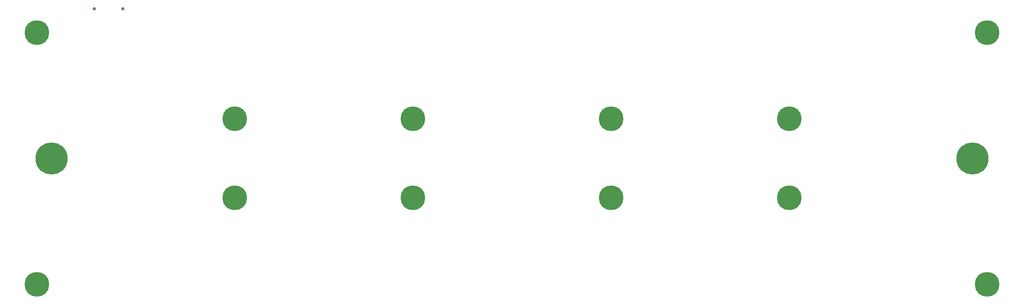
<source format=gbr>
%TF.GenerationSoftware,Altium Limited,Altium Designer,25.8.1 (18)*%
G04 Layer_Color=0*
%FSLAX45Y45*%
%MOMM*%
%TF.SameCoordinates,304ADD41-B96C-4BE1-A440-764D1465AFBB*%
%TF.FilePolarity,Positive*%
%TF.FileFunction,NonPlated,1,6,NPTH,Drill*%
%TF.Part,Single*%
G01*
G75*
%TA.AperFunction,OtherDrill,Free Pad (-96mm,-25.5mm)*%
%ADD166C,5.00000*%
%TA.AperFunction,OtherDrill,Free Pad (-96mm,25.5mm)*%
%ADD167C,5.00000*%
%TA.AperFunction,OtherDrill,Free Pad (96mm,-25.5mm)*%
%ADD168C,5.00000*%
%TA.AperFunction,OtherDrill,Free Pad (96mm,25.5mm)*%
%ADD169C,5.00000*%
%TA.AperFunction,ComponentDrill*%
%ADD170C,6.50000*%
%ADD171C,0.65000*%
%TA.AperFunction,OtherDrill,Free Pad (-56mm,8mm)*%
%ADD172C,5.00000*%
%TA.AperFunction,OtherDrill,Free Pad (-56mm,-8mm)*%
%ADD173C,5.00000*%
%TA.AperFunction,OtherDrill,Free Pad (-20mm,-8mm)*%
%ADD174C,5.00000*%
%TA.AperFunction,OtherDrill,Free Pad (-20mm,8mm)*%
%ADD175C,5.00000*%
%TA.AperFunction,OtherDrill,Free Pad (56mm,8mm)*%
%ADD176C,5.00000*%
%TA.AperFunction,OtherDrill,Free Pad (20mm,8mm)*%
%ADD177C,5.00000*%
%TA.AperFunction,OtherDrill,Free Pad (20mm,-8mm)*%
%ADD178C,5.00000*%
%TA.AperFunction,OtherDrill,Free Pad (56mm,-8mm)*%
%ADD179C,5.00000*%
D166*
X-9600000Y-2550000D02*
D03*
D167*
Y2550000D02*
D03*
D168*
X9600000Y-2550000D02*
D03*
D169*
Y2550000D02*
D03*
D170*
X-9300000Y0D02*
D03*
X9300000D02*
D03*
D171*
X-8439000Y3030400D02*
D03*
X-7861000D02*
D03*
D172*
X-5600000Y800000D02*
D03*
D173*
Y-800000D02*
D03*
D174*
X-2000000D02*
D03*
D175*
Y800000D02*
D03*
D176*
X5600000D02*
D03*
D177*
X2000000D02*
D03*
D178*
Y-800000D02*
D03*
D179*
X5600000D02*
D03*
%TF.MD5,e2d3456eb36f89126188ff2fb4d11f92*%
M02*

</source>
